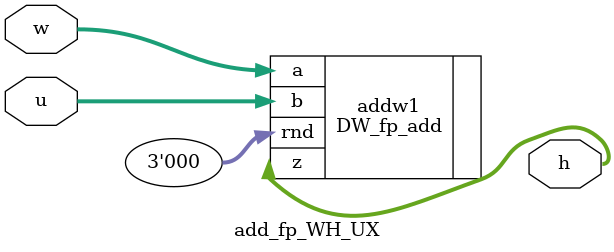
<source format=v>
module NN(
	// Input signals
	clk,
	rst_n,
	in_valid_u,
	in_valid_w,
	in_valid_v,
	in_valid_x,
	weight_u,
	weight_w,
	weight_v,
	data_x,
	// Output signals
	out_valid,
	out
);

//---------------------------------------------------------------------
//   PARAMETER
//---------------------------------------------------------------------

// IEEE floating point paramenters
parameter inst_sig_width = 23;
parameter inst_exp_width = 8;
parameter inst_ieee_compliance = 0;
parameter inst_arch = 2;
parameter one =32'b00111111100000000000000000000000;
//---------------------------------------------------------------------
//   INPUT AND OUTPUT DECLARATION
//---------------------------------------------------------------------
input  clk, rst_n, in_valid_u, in_valid_w, in_valid_v, in_valid_x;
input [inst_sig_width+inst_exp_width:0] weight_u, weight_w, weight_v;
input [inst_sig_width+inst_exp_width:0] data_x;
output reg	out_valid;
output reg [inst_sig_width+inst_exp_width:0] out;

//---------------------------------------------------------------------
//   WIRE AND REG DECLARATION
//---------------------------------------------------------------------

reg [31:0]x1[0:2];
reg [31:0]x2[0:2];
reg [31:0]x3[0:2];
reg [31:0]u1[0:2];
reg [31:0]u2[0:2];
reg [31:0]u3[0:2];
reg [31:0]w1[0:2];
reg [31:0]w2[0:2];
reg [31:0]w3[0:2];
reg [31:0]v1[0:2];
reg [31:0]v2[0:2];
reg [31:0]v3[0:2];
reg [31:0]h[0:2];
reg [31:0]h2[0:2];
reg [31:0]h3[0:2];
reg [31:0]u_1,u_2,u_3,x_1,x_2,x_3,w_1,w_2,w_3,h_1,h_2,h_3,v_1,v_2,v_3,h_1_reg,h_2_reg,h_3_reg;
wire[31:0]y,y_h,sigmoid,wh_ux_add,y_ans;
reg[31:0]UX_product,WH_product,wh_ux_add_reg,UX_product_wire;
reg[31:0]sigmoid_out,UX_product_delay,WH_product_add_wire,UX_product_add_wire;
reg [31:0] yout,yout_delay;
reg[31:0]x3_temp[0:2];
reg[6:0]i,j,k;
//***********************************			  
// parameter	  
//***********************************	  
parameter IDLE       =  2'd0;
parameter INPUT      =  2'd1;
parameter CAL  	     =  2'd2;
parameter OUTPUT_1   =  2'd3;
	


//****************************************
//Reg Daclaration		  
//****************************************
reg [1:0]cstate;
reg [1:0]nstate;			  			  
	    

//************************************
//		  FSM_sample code
//************************************
always@(posedge clk or negedge rst_n)
begin
	if(!rst_n) 
		cstate <= IDLE;
	else
		cstate <= nstate;
end

always@(*)
begin
	case(cstate)
	IDLE:
		nstate = (in_valid_x)? INPUT:IDLE; 
		
	INPUT:
		nstate = (!in_valid_x) ? CAL:INPUT;	  
		
	CAL:
		nstate = (j==3)?OUTPUT_1:CAL;
	
	OUTPUT_1:
		nstate =  (i==8) ? IDLE:OUTPUT_1;
	
	default nstate = IDLE;		 
	endcase

end

//---------------------------------------------------------------------
//   Input
//---------------------------------------------------------------------
//x
always @(posedge clk or negedge rst_n) begin
	if (!rst_n) begin
		// reset
		x1[0] <= 0 ;
		x1[1] <= 0 ;
		x1[2] <= 0 ;
		x2[0] <= 0 ;
		x2[1] <= 0 ;
		x2[2] <= 0 ;
		x3[0] <= 0 ;
		x3[1] <= 0 ;
		x3[2] <= 0 ;
	end
	else if (in_valid_x) begin
			if(i==0)
				x1[0]<=data_x;
			else if(i==1)
				x1[1]<=data_x;
			else if(i==2)
				x1[2]<=data_x;
			else if(i==3)
				x2[0]<=data_x;
			else if(i==4)
				x2[1]<=data_x;
			else if(i==5)
				x2[2]<=data_x;
			else if(i==6)
				x3[0]<=data_x;
			else if(i==7)
				x3[1]<=data_x;
			else if(i==8)
				x3[2]<=data_x;
	end
	
end
//u
always @(posedge clk or negedge rst_n) begin
	if (!rst_n) begin
		// reset
		u1[0] <= 0 ;
		u1[1] <= 0 ;
		u1[2] <= 0 ;
		u2[0] <= 0 ;
		u2[1] <= 0 ;
		u2[2] <= 0 ;
		u3[0] <= 0 ;
		u3[1] <= 0 ;
		u3[2] <= 0 ;
	end
	else if (in_valid_x) begin
			if(i==0)
				u1[0]<=weight_u;
			else if(i==1)
				u1[1]<=weight_u;
			else if(i==2)
				u1[2]<=weight_u;
			else if(i==3)
				u2[0]<=weight_u;
			else if(i==4)
				u2[1]<=weight_u;
			else if(i==5)
				u2[2]<=weight_u;
			else if(i==6)
				u3[0]<=weight_u;
			else if(i==7)
				u3[1]<=weight_u;
			else if(i==8)
				u3[2]<=weight_u;
	end
end
//w
always @(posedge clk or negedge rst_n) begin
	if (!rst_n) begin
		// reset
		w1[0] <= 0 ;
		w1[1] <= 0 ;
		w1[2] <= 0 ;
		w2[0] <= 0 ;
		w2[1] <= 0 ;
		w2[2] <= 0 ;
		w3[0] <= 0 ;
		w3[1] <= 0 ;
		w3[2] <= 0 ;
	end
	else if (in_valid_x) begin
			if(i==0)
				w1[0]<=weight_w;
			else if(i==1)
				w1[1]<=weight_w;
			else if(i==2)
				w1[2]<=weight_w;
			else if(i==3)
				w2[0]<=weight_w;
			else if(i==4)
				w2[1]<=weight_w;
			else if(i==5)
				w2[2]<=weight_w;
			else if(i==6)
				w3[0]<=weight_w;
			else if(i==7)
				w3[1]<=weight_w;
			else if(i==8)
				w3[2]<=weight_w;
	end
end
//w
always @(posedge clk or negedge rst_n) begin
	if (!rst_n) begin
		// reset
		v1[0] <= 0 ;
		v1[1] <= 0 ;
		v1[2] <= 0 ;
		v2[0] <= 0 ;
		v2[1] <= 0 ;
		v2[2] <= 0 ;
		v3[0] <= 0 ;
		v3[1] <= 0 ;
		v3[2] <= 0 ;
	end
	else if (in_valid_x) begin
			if(i==0)
				v1[0]<=weight_v;
			else if(i==1)
				v1[1]<=weight_v;
			else if(i==2)
				v1[2]<=weight_v;
			else if(i==3)
				v2[0]<=weight_v;
			else if(i==4)
				v2[1]<=weight_v;
			else if(i==5)
				v2[2]<=weight_v;
			else if(i==6)
				v3[0]<=weight_v;
			else if(i==7)
				v3[1]<=weight_v;
			else if(i==8)
				v3[2]<=weight_v;
	end
end
//---------------------------------------------------------------------
//   UX & WH
//---------------------------------------------------------------------
always @(*) begin
	if(i==7)begin
		u_1 = u1[0];
		u_2 = u1[1];
		u_3 = u1[2];
		x_1 = x1[0];
		x_2 = x1[1];
		x_3 = x1[2];
	end
	else if(i==8)begin
		u_1 = u2[0];
		u_2 = u2[1];
		u_3 = u2[2];
		x_1 = x1[0];
		x_2 = x1[1];
		x_3 = x1[2];
	end
	else if(i==9)begin
		u_1 = u3[0];
		u_2 = u3[1];
		u_3 = u3[2];
		x_1 = x1[0];
		x_2 = x1[1];
		x_3 = x1[2];
	end
	else if(j==1)begin
		u_1 = u1[0];
		u_2 = u1[1];
		u_3 = u1[2];
		x_1 = x2[0];
		x_2 = x2[1];
		x_3 = x2[2];
	end
	else if(j==2)begin
		u_1 = u2[0];
		u_2 = u2[1];
		u_3 = u2[2];
		x_1 = x2[0];
		x_2 = x2[1];
		x_3 = x2[2];
	end
	else if(j==3)begin
		u_1 = u3[0];
		u_2 = u3[1];
		u_3 = u3[2];
		x_1 = x2[0];
		x_2 = x2[1];
		x_3 = x2[2];
	end
	else if(j==4)begin
		u_1 = u1[0];
		u_2 = u1[1];
		u_3 = u1[2];
		x_1 = x3[0];
		x_2 = x3[1];
		x_3 = x3[2];
	end
	else if(j==5)begin
		u_1 = u2[0];
		u_2 = u2[1];
		u_3 = u2[2];
		x_1 = x3[0];
		x_2 = x3[1];
		x_3 = x3[2];
	end
	else if(j==6)begin
		u_1 = u3[0];
		u_2 = u3[1];
		u_3 = u3[2];
		x_1 = x3[0];
		x_2 = x3[1];
		x_3 = x3[2];
	end
	else begin
		u_1 = 0;
		u_2 = 0;
		u_3 = 0;
		x_1 = 0;
		x_2 = 0;
		x_3 = 0;
	end
end
dp_3 dot_pro_UX(.a11(u_1),.a12(u_2),.a13(u_3),.x1(x_1),.x2(x_2),.x3(x_3),.out(y));



always @(*) begin
	if(i==7)begin
		w_1 = w1[0];
		w_2 = w1[1];
		w_3 = w1[2];
		h_1 = 0;
		h_2 = 0;
		h_3 = 0;
	end
	else if(i==8)begin
		w_1 = w2[0];
		w_2 = w2[1];
		w_3 = w2[2];
		h_1 = 0;
		h_2 = 0;
		h_3 = 0;
	end
	else if(i==9)begin
		w_1 = w3[0];
		w_2 = w3[1];
		w_3 = w3[2];
		h_1 = 0;
		h_2 = 0;
		h_3 = 0;
	end
	else if(j==2)begin
		w_1 = w1[0];
		w_2 = w1[1];
		w_3 = w1[2];
		h_1 = h[0];
		h_2 = h[1];
		h_3 = h[2];
	end
	else if(j==3)begin
		w_1 = w2[0];
		w_2 = w2[1];
		w_3 = w2[2];

		h_1 = h[0];
		h_2 = h[1];
		h_3 = h[2];
	end
	else if(j==4)begin
		w_1 = w3[0];
		w_2 = w3[1];
		w_3 = w3[2];
		h_1 = h[0];
		h_2 = h[1];
		h_3 = h[2];
	end
	else if(j==6)begin
		w_1 = w1[0];
		w_2 = w1[1];
		w_3 = w1[2];
		h_1 = h2[0];
		h_2 = h2[1];
		h_3 = h2[2];
	end
	else if(j==7)begin
		w_1 = w2[0];
		w_2 = w2[1];
		w_3 = w2[2];
		h_1 = h2[0];
		h_2 = h2[1];
		h_3 = h2[2];
	end
	else if(j==8)begin
		w_1 = w3[0];
		w_2 = w3[1];
		w_3 = w3[2];
		h_1 = h2[0];
		h_2 = h2[1];
		h_3 = h2[2];
	end
	else begin
		w_1 = 0;
		w_2 = 0;
		w_3 = 0;
		h_1 = 0;
		h_2 = 0;
		h_3 = 0;
	end
end
dp_3 dot_pro_Wh(.a11(w_1),.a12(w_2),.a13(w_3),.x1(h_1),.x2(h_2),.x3(h_3),.out(y_h));
// V dot H
always @(*) begin
	if(j==2)begin
		v_1 = v1[0];
		v_2 = v1[1];
		v_3 = v1[2];
		h_1_reg = h[0];
		h_2_reg = h[1];
		h_3_reg = h[2];
	end
	else if(j==3)begin
		v_1 = v2[0];
		v_2 = v2[1];
		v_3 = v2[2];
		h_1_reg = h[0];
		h_2_reg = h[1];
		h_3_reg = h[2];
	end
	else if(j==4)begin
		v_1 = v3[0];
		v_2 = v3[1];
		v_3 = v3[2];
		h_1_reg = h[0];
		h_2_reg = h[1];
		h_3_reg = h[2];
	end
	else if(j==6)begin
		v_1 = v1[0];
		v_2 = v1[1];
		v_3 = v1[2];
		h_1_reg = h2[0];
		h_2_reg = h2[1];
		h_3_reg = h2[2];
	end
	else if(j==7)begin
		v_1 = v2[0];
		v_2 = v2[1];
		v_3 = v2[2];

		h_1_reg = h2[0];
		h_2_reg = h2[1];
		h_3_reg = h2[2];
	end
	else if(j==8)begin
		v_1 = v3[0];
		v_2 = v3[1];
		v_3 = v3[2];
		h_1_reg = h2[0];
		h_2_reg = h2[1];
		h_3_reg = h2[2];
	end
	else if(j==10)begin
		v_1 = v1[0];
		v_2 = v1[1];
		v_3 = v1[2];
		h_1_reg = h3[0];
		h_2_reg = h3[1];
		h_3_reg = h3[2];
	end
	else if(j==11)begin
		v_1 = v2[0];
		v_2 = v2[1];
		v_3 = v2[2];
		h_1_reg = h3[0];
		h_2_reg = h3[1];
		h_3_reg = h3[2];
	end
	else if(j==12)begin
		v_1 = v3[0];
		v_2 = v3[1];
		v_3 = v3[2];
		h_1_reg = h3[0];
		h_2_reg = h3[1];
		h_3_reg = h3[2];
	end
	else begin
		v_1 = 0;
		v_2 = 0;
		v_3 = 0;
		h_1_reg = 0;
		h_2_reg = 0;
		h_3_reg = 0;
		
		
	end
end
dp_3 dot_pro_VH(.a11(v_1),.a12(v_2),.a13(v_3),.x1(h_1_reg),.x2(h_2_reg),.x3(h_3_reg),.out(y_ans));
always @(posedge clk or negedge rst_n) begin
	if (!rst_n) begin
		// reset
		WH_product <= 0 ;

	end
	else begin
		WH_product <= y_h ;
	end
end
always @(*) begin
	if (i==8) begin 
		UX_product_add_wire = UX_product; //u1*x1
	end
	else if(i==9)begin
		UX_product_add_wire = UX_product;
	end
	else if(j==1)begin
		UX_product_add_wire = UX_product;
	end
	
	else if(j==3)begin
		UX_product_add_wire = UX_product_delay;
	end
	else if(j==4)begin
		UX_product_add_wire = UX_product_delay;
	end
	else if(j==5)begin
		UX_product_add_wire = UX_product_delay;
	end
	else if(j==7)begin
		UX_product_add_wire = x3_temp[0];
	end
	else if(j==8)begin
		UX_product_add_wire = x3_temp[1];
	end
	else if(j==9)begin
		UX_product_add_wire = x3_temp[2];
	end
	else begin
		UX_product_add_wire = 0;
	end
end

add_fp_WH_UX wh_add_ux(WH_product,UX_product_add_wire,wh_ux_add);
always @(posedge clk or negedge rst_n) begin
	if (!rst_n) begin
		// reset
		wh_ux_add_reg <= 0 ;

	end
	else begin
		wh_ux_add_reg <= wh_ux_add ;
	end
end
always @(posedge clk or negedge rst_n) begin
	if (!rst_n) begin
		// reset
		UX_product <= 0 ;

	end
	else begin
		UX_product <= y ;
	end
end

always @(posedge clk or negedge rst_n) begin
	if (!rst_n) begin
		// reset
		UX_product_delay <= 0 ;

	end
	else begin
		UX_product_delay <= UX_product ;
	end
end
always @(posedge clk) begin 
	if(cstate == IDLE)begin
		x3_temp[0] <= 0;
		x3_temp[1] <= 0;
		x3_temp[2] <= 0;
	end
	else if(j==5)begin
		x3_temp[0] <= UX_product;
	end
	else if(j==6)begin
		x3_temp[1] <= UX_product;
	end
	else if(j==7)begin
		x3_temp[2] <= UX_product;
	end

end
always @(posedge clk or negedge rst_n) begin
	if (!rst_n) begin
		// reset
		yout_delay <= 0 ;

	end
	else begin
		yout_delay <= y_ans ;
	end
end
always @(posedge clk or negedge rst_n) begin
	if (!rst_n) begin
		// reset
		yout <= 0 ;

	end
	else begin
		yout <= yout_delay;
	end
end
always @(*) begin
	if (i==8) begin 
		UX_product_wire = UX_product; //u1*x1
	end
	else if(i==9)begin
		UX_product_wire = UX_product;
	end
	else if(j==1)begin
		UX_product_wire = UX_product;
	end
	else if(j==2)begin
		UX_product_wire = wh_ux_add;
	end
	else if(j==3)begin
		UX_product_wire = wh_ux_add;
	end
	else if(j==4)begin
		UX_product_wire = wh_ux_add;
	end
	else if(j==5)begin
		UX_product_wire = wh_ux_add;
	end
	else if(j==7)begin
		UX_product_wire = wh_ux_add;
	end
	else if(j==8)begin
		UX_product_wire = wh_ux_add;
	end
	else if(j==9)begin
		UX_product_wire = wh_ux_add;
	end
	else begin
		UX_product_wire = 0;
	end
end

sigm signmod(UX_product_wire,sigmoid);
always @(posedge clk) begin
	if(cstate == IDLE)begin
		h[0] <= 0 ;
		h[1] <= 0 ;
		h[2] <= 0 ;
	end
	else if(i==8)begin
		h[0] <= sigmoid ;
	end
	else if(i==9)begin
		h[1] <= sigmoid ;
	end
	else if(j==1)begin
		h[2] <= sigmoid ;
	end
end
always @(posedge clk) begin
	if(cstate == IDLE)begin
		h2[0] <= 0 ;
		h2[1] <= 0 ;
		h2[2] <= 0 ;
	end
	else if(j==3)begin
		h2[0] <= sigmoid ;
	end
	else if(j==4)begin
		h2[1] <= sigmoid ;
	end
	else if(j==5)begin
		h2[2] <= sigmoid ;
	end
end
always @(posedge clk) begin
	if(cstate == IDLE)begin
		h3[0] <= 0 ;
		h3[1] <= 0 ;
		h3[2] <= 0 ;
	end
	else if(j==7)begin
		h3[0] <= sigmoid ;
	end
	else if(j==8)begin
		h3[1] <= sigmoid ;
	end
	else if(j==9)begin
		h3[2] <= sigmoid ;
	end
end
always @(posedge clk) begin
	if (nstate == IDLE) begin
		j <= 0 ;
	end
	else if (nstate == CAL) begin
		j <= j+1 ;
	end
	else if(nstate == OUTPUT_1)
		j<=j+1;
	
end
always @(posedge clk) begin
	if(in_valid_u) begin
		i <= i+1 ;
	end
	else if(cstate == OUTPUT_1)begin
		i <= i+1 ;
	end
	else begin
		i<=0;
	end
	
end


always@(posedge clk or negedge rst_n) begin
    if(!rst_n)begin
        out_valid <= 0; /* remember to reset */
        end
    
    else if(cstate == OUTPUT_1)begin
        out_valid<=1;
    end
    else
    	out_valid<=0;
    
end
always@(posedge clk or negedge rst_n) begin
    if(!rst_n)
        out <= 0; /* remember to reset */

    
    else if(cstate == OUTPUT_1) begin
    	case (j)
			4: out <=  (yout[31])?0:yout;
			5: out <=  (yout[31])?0:yout;
			6: out <=  (yout[31])?0:yout;
			7: out <=  (yout_delay[31])?0:yout_delay;
			8: out <=  (yout_delay[31])?0:yout_delay;
			9: out <=  (yout_delay[31])?0:yout_delay;
			10: out <= (y_ans[31])?0:y_ans;
			11: out <= (y_ans[31])?0:y_ans;
			12: out <= (y_ans[31])?0:y_ans;
			default: out <= 0;
    	endcase
    end
    else
    	out<=0;
end 
endmodule
module dp_3(a11,a12,a13,x1,x2,x3,out);
// IEEE floating point paramenters
parameter inst_sig_width = 23;
parameter inst_exp_width = 8;
parameter inst_ieee_compliance = 0;
parameter inst_arch = 2;
input [inst_sig_width+inst_exp_width:0]a11,a12,a13,x1,x2,x3;
output [inst_sig_width+inst_exp_width:0]out;

//wire[31:0]ot0,ot1,ot2,ot12;
// a*b + c*d + e*d
DW_fp_dp3  #(inst_sig_width, inst_exp_width, inst_ieee_compliance) U01 ( .a(a11), .b(x1),  .c(a12), .d(x2), .e(a13), .f(x3), .rnd(3'b000), .z(out) );  //59050
//DW_fp_dp3  #(inst_sig_width, inst_exp_width, inst_ieee_compliance) U02 ( .a(a21), .b(x1),  .c(a22), .d(x2), .e(a23), .f(x3), .rnd(3'b000), .z(h1) );  //59050
//DW_fp_dp3  #(inst_sig_width, inst_exp_width, inst_ieee_compliance) U03 ( .a(a31), .b(x1),  .c(a32), .d(x2), .e(a33), .f(x3), .rnd(3'b000), .z(h2) );  //59050
//DW_fp_mult #(inst_sig_width, inst_exp_width, inst_ieee_compliance) mul1    ( .a(a11), .b(x1), .rnd(3'b000), .z(ot0) ); 
//DW_fp_mult #(inst_sig_width, inst_exp_width, inst_ieee_compliance) mul2    ( .a(a12), .b(x2), .rnd(3'b000), .z(ot1) ); 
//DW_fp_mult #(inst_sig_width, inst_exp_width, inst_ieee_compliance) mul3    ( .a(a13), .b(x3), .rnd(3'b000), .z(ot2) ); 
////DW_fp_sum3 #(inst_sig_width, inst_exp_width, inst_ieee_compliance) U04 ( .a(ot0), .b(ot2),  .c(ot3), .rnd(3'b000), .z(ot1) );   // 35070
//DW_fp_add #(inst_sig_width, inst_exp_width, inst_ieee_compliance)  add1    ( .a(ot0),  .b(ot1),  .rnd(3'b000),  .z(ot12) );
//DW_fp_add #(inst_sig_width, inst_exp_width, inst_ieee_compliance)  add2    ( .a(ot12),  .b(ot2),  .rnd(3'b000),  .z(out) ); //19645
////assign ot1 = ot0+ot2+ot3; // 7291


endmodule


module sigm(x1,h1);

parameter inst_sig_width = 23;
parameter inst_exp_width = 8;
parameter inst_ieee_compliance = 0;
parameter inst_arch = 2;
parameter one =32'b00111111100000000000000000000000;
wire [31:0]exp_h10_x,sigmod0,sigmod_0,x1_x;
input [inst_sig_width+inst_exp_width:0]x1;
output [inst_sig_width+inst_exp_width:0]h1;

assign x1_x = {!x1[31],x1[30:0]};
DW_fp_exp #(inst_sig_width, inst_exp_width, inst_ieee_compliance,0)  exp1    ( .a(x1_x), .z(exp_h10_x));
DW_fp_add #(inst_sig_width, inst_exp_width, inst_ieee_compliance)  add1    ( .a(one),  .b(exp_h10_x),  .rnd(3'b000),  .z(sigmod_0) );
// 1 / 1 + e^-x
DW_fp_recip #(inst_sig_width, inst_exp_width, inst_ieee_compliance) recip1 ( .a(sigmod_0),  .rnd(3'b000),  .z(h1) ); //h11


endmodule

module add_fp_WH_UX(w,u,h);
parameter inst_sig_width = 23;
parameter inst_exp_width = 8;
parameter inst_ieee_compliance = 0;
parameter inst_arch = 2;
input [inst_sig_width+inst_exp_width:0]w,u;
output [inst_sig_width+inst_exp_width:0]h;


DW_fp_add #(inst_sig_width, inst_exp_width, inst_ieee_compliance)  addw1    ( .a(w),  .b(u),  .rnd(3'b000),  .z(h) );
endmodule
</source>
